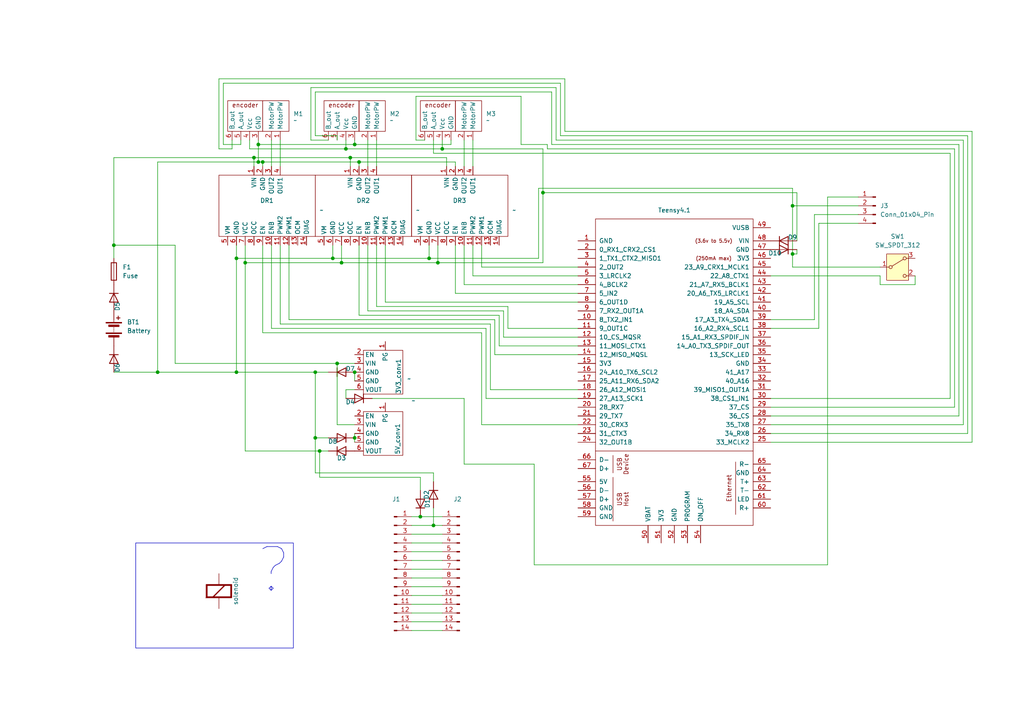
<source format=kicad_sch>
(kicad_sch (version 20231120) (generator "eeschema") (generator_version "8.0")
  (paper "A4")
  (title_block (title "Middelste PCB schema") (date "2024-07-27") (company "Robotica Mendelcollege") (comment 1 "https://github.com/ableTI/robotica") (comment 2 "https://www.instagram.com/robotics_mendelcollege/") (comment 3 "https://mendelcollege.nl/ontdek-je-talenten/robotica-en-beta/"))
  (lib_symbols
    (symbol "Connector:Conn_01x04_Pin" (pin_names (offset 1.016) hide)
      (property "Reference" "J" (at 0 5.08 0))
      (property "Value" "Conn_01x04_Pin" (at 0 -7.62 0))
      (symbol "Conn_01x04_Pin_1_1"
        (polyline (pts (xy 1.27 -5.08) (xy 0.8636 -5.08)) (stroke (width 0.1524)))
        (polyline (pts (xy 1.27 -2.54) (xy 0.8636 -2.54)) (stroke (width 0.1524)))
        (polyline (pts (xy 1.27 0) (xy 0.8636 0)) (stroke (width 0.1524)))
        (polyline (pts (xy 1.27 2.54) (xy 0.8636 2.54)) (stroke (width 0.1524)))
        (rectangle (start 0.8636 -4.953) (end 0 -5.207) (stroke (width 0.1524)) (fill (type outline)))
        (rectangle (start 0.8636 -2.413) (end 0 -2.667) (stroke (width 0.1524)) (fill (type outline)))
        (rectangle (start 0.8636 0.127) (end 0 -0.127) (stroke (width 0.1524)) (fill (type outline)))
        (rectangle (start 0.8636 2.667) (end 0 2.413) (stroke (width 0.1524)) (fill (type outline)))
        (pin passive line (at 5.08 2.54 180) (length 3.81) (name "Pin_1") (number "1"))
        (pin passive line (at 5.08 0 180) (length 3.81) (name "Pin_2") (number "2"))
        (pin passive line (at 5.08 -2.54 180) (length 3.81) (name "Pin_3") (number "3"))
        (pin passive line (at 5.08 -5.08 180) (length 3.81) (name "Pin_4") (number "4"))
      )
    )
    (symbol "Connector:Conn_01x14_Pin" (pin_names (offset 1.016) hide)
      (property "Reference" "J" (at 0 17.78 0))
      (property "Value" "Conn_01x14_Pin" (at 0 -20.32 0))
      (symbol "Conn_01x14_Pin_1_1"
        (polyline (pts (xy 1.27 -17.78) (xy 0.8636 -17.78)) (stroke (width 0.1524)))
        (polyline (pts (xy 1.27 -15.24) (xy 0.8636 -15.24)) (stroke (width 0.1524)))
        (polyline (pts (xy 1.27 -12.7) (xy 0.8636 -12.7)) (stroke (width 0.1524)))
        (polyline (pts (xy 1.27 -10.16) (xy 0.8636 -10.16)) (stroke (width 0.1524)))
        (polyline (pts (xy 1.27 -7.62) (xy 0.8636 -7.62)) (stroke (width 0.1524)))
        (polyline (pts (xy 1.27 -5.08) (xy 0.8636 -5.08)) (stroke (width 0.1524)))
        (polyline (pts (xy 1.27 -2.54) (xy 0.8636 -2.54)) (stroke (width 0.1524)))
        (polyline (pts (xy 1.27 0) (xy 0.8636 0)) (stroke (width 0.1524)))
        (polyline (pts (xy 1.27 2.54) (xy 0.8636 2.54)) (stroke (width 0.1524)))
        (polyline (pts (xy 1.27 5.08) (xy 0.8636 5.08)) (stroke (width 0.1524)))
        (polyline (pts (xy 1.27 7.62) (xy 0.8636 7.62)) (stroke (width 0.1524)))
        (polyline (pts (xy 1.27 10.16) (xy 0.8636 10.16)) (stroke (width 0.1524)))
        (polyline (pts (xy 1.27 12.7) (xy 0.8636 12.7)) (stroke (width 0.1524)))
        (polyline (pts (xy 1.27 15.24) (xy 0.8636 15.24)) (stroke (width 0.1524)))
        (rectangle (start 0.8636 -17.653) (end 0 -17.907) (stroke (width 0.1524)) (fill (type outline)))
        (rectangle (start 0.8636 -15.113) (end 0 -15.367) (stroke (width 0.1524)) (fill (type outline)))
        (rectangle (start 0.8636 -12.573) (end 0 -12.827) (stroke (width 0.1524)) (fill (type outline)))
        (rectangle (start 0.8636 -10.033) (end 0 -10.287) (stroke (width 0.1524)) (fill (type outline)))
        (rectangle (start 0.8636 -7.493) (end 0 -7.747) (stroke (width 0.1524)) (fill (type outline)))
        (rectangle (start 0.8636 -4.953) (end 0 -5.207) (stroke (width 0.1524)) (fill (type outline)))
        (rectangle (start 0.8636 -2.413) (end 0 -2.667) (stroke (width 0.1524)) (fill (type outline)))
        (rectangle (start 0.8636 0.127) (end 0 -0.127) (stroke (width 0.1524)) (fill (type outline)))
        (rectangle (start 0.8636 2.667) (end 0 2.413) (stroke (width 0.1524)) (fill (type outline)))
        (rectangle (start 0.8636 5.207) (end 0 4.953) (stroke (width 0.1524)) (fill (type outline)))
        (rectangle (start 0.8636 7.747) (end 0 7.493) (stroke (width 0.1524)) (fill (type outline)))
        (rectangle (start 0.8636 10.287) (end 0 10.033) (stroke (width 0.1524)) (fill (type outline)))
        (rectangle (start 0.8636 12.827) (end 0 12.573) (stroke (width 0.1524)) (fill (type outline)))
        (rectangle (start 0.8636 15.367) (end 0 15.113) (stroke (width 0.1524)) (fill (type outline)))
        (pin passive line (at 5.08 15.24 180) (length 3.81) (name "Pin_1") (number "1"))
        (pin passive line (at 5.08 -7.62 180) (length 3.81) (name "Pin_10") (number "10"))
        (pin passive line (at 5.08 -10.16 180) (length 3.81) (name "Pin_11") (number "11"))
        (pin passive line (at 5.08 -12.7 180) (length 3.81) (name "Pin_12") (number "12"))
        (pin passive line (at 5.08 -15.24 180) (length 3.81) (name "Pin_13") (number "13"))
        (pin passive line (at 5.08 -17.78 180) (length 3.81) (name "Pin_14") (number "14"))
        (pin passive line (at 5.08 12.7 180) (length 3.81) (name "Pin_2") (number "2"))
        (pin passive line (at 5.08 10.16 180) (length 3.81) (name "Pin_3") (number "3"))
        (pin passive line (at 5.08 7.62 180) (length 3.81) (name "Pin_4") (number "4"))
        (pin passive line (at 5.08 5.08 180) (length 3.81) (name "Pin_5") (number "5"))
        (pin passive line (at 5.08 2.54 180) (length 3.81) (name "Pin_6") (number "6"))
        (pin passive line (at 5.08 0 180) (length 3.81) (name "Pin_7") (number "7"))
        (pin passive line (at 5.08 -2.54 180) (length 3.81) (name "Pin_8") (number "8"))
        (pin passive line (at 5.08 -5.08 180) (length 3.81) (name "Pin_9") (number "9"))
      )
    )
    (symbol "Device:Battery" (pin_numbers hide) (pin_names (offset 0) hide)
      (property "Reference" "BT" (at 2.54 2.54 0))
      (property "Value" "Battery" (at 2.54 0 0))
      (symbol "Battery_0_1"
        (rectangle (start -2.286 -1.27) (end 2.286 -1.524) (fill (type outline)))
        (rectangle (start -2.286 1.778) (end 2.286 1.524) (fill (type outline)))
        (rectangle (start -1.524 -2.032) (end 1.524 -2.54) (fill (type outline)))
        (rectangle (start -1.524 1.016) (end 1.524 0.508) (fill (type outline)))
        (polyline (pts (xy 0 -1.016) (xy 0 -0.762)))
        (polyline (pts (xy 0 -0.508) (xy 0 -0.254)))
        (polyline (pts (xy 0 0) (xy 0 0.254)))
        (polyline (pts (xy 0 1.778) (xy 0 2.54)))
        (polyline (pts (xy 0.762 3.048) (xy 1.778 3.048)) (stroke (width 0.254)))
        (polyline (pts (xy 1.27 3.556) (xy 1.27 2.54)) (stroke (width 0.254)))
      )
      (symbol "Battery_1_1"
        (pin passive line (at 0 5.08 270) (length 2.54) (name "+") (number "1"))
        (pin passive line (at 0 -5.08 90) (length 2.54) (name "-") (number "2"))
      )
    )
    (symbol "Device:D" (pin_numbers hide) (pin_names (offset 1.016) hide)
      (property "Reference" "D" (at 0 2.54 0))
      (property "Value" "D" (at 0 -2.54 0))
      (symbol "D_0_1"
        (polyline (pts (xy -1.27 1.27) (xy -1.27 -1.27)) (stroke (width 0.254)))
        (polyline (pts (xy 1.27 0) (xy -1.27 0)))
        (polyline (pts (xy 1.27 1.27) (xy 1.27 -1.27) (xy -1.27 0) (xy 1.27 1.27)) (stroke (width 0.254)))
      )
      (symbol "D_1_1"
        (pin passive line (at -3.81 0 0) (length 2.54) (name "K") (number "1"))
        (pin passive line (at 3.81 0 180) (length 2.54) (name "A") (number "2"))
      )
    )
    (symbol "Device:Fuse" (pin_numbers hide) (pin_names (offset 0))
      (property "Reference" "F" (at 2.032 0 90))
      (property "Value" "Fuse" (at -1.905 0 90))
      (symbol "Fuse_0_1"
        (rectangle (start -0.762 -2.54) (end 0.762 2.54) (stroke (width 0.254)))
        (polyline (pts (xy 0 2.54) (xy 0 -2.54)))
      )
      (symbol "Fuse_1_1"
        (pin passive line (at 0 3.81 270) (length 1.27) (name "~") (number "1"))
        (pin passive line (at 0 -3.81 90) (length 1.27) (name "~") (number "2"))
      )
    )
    (symbol "PCM_Elektuur:Re" (pin_numbers hide) (pin_names (offset 0) hide)
      (property "Reference" "Re" (at 0.635 3.175 0))
      (property "Value" "Re" (at 0.635 -3.175 0))
      (symbol "Re_1_0"
        (pin passive line (at 0 5.08 270) (length 3.175) (name "+") (number "1"))
        (pin passive line (at 0 -5.08 90) (length 3.175) (name "-") (number "2"))
      )
      (symbol "Re_1_1"
        (polyline (pts (xy -1.778 -1.778) (xy 1.778 1.778)) (stroke (width 0.3556)))
        (polyline (pts (xy -3.683 -1.905) (xy 3.683 -1.905) (xy 3.683 1.905) (xy -3.683 1.905) (xy -3.683 -1.905) (xy -3.429 -1.651) (xy -3.429 1.651) (xy 3.429 1.651) (xy 3.429 -1.651) (xy -3.429 -1.651) (xy -3.683 -1.905)) (stroke (width 0.254)) (fill (type outline)))
      )
      (symbol "Re_1_2"
        (polyline (pts (xy -3.683 -1.905) (xy 3.683 -1.905) (xy 3.683 1.905) (xy -3.683 1.905) (xy -3.683 -1.905) (xy -3.429 -1.651) (xy -3.429 1.651) (xy 3.429 1.651) (xy 3.429 -1.651) (xy -3.429 -1.651) (xy -3.683 -1.905)) (stroke (width 0.254)) (fill (type outline)))
      )
    )
    (symbol "Switch:SW_SPDT_312" (pin_names (offset 1) hide)
      (property "Reference" "SW" (at 0 5.08 0))
      (property "Value" "SW_SPDT_312" (at 0 -5.08 0))
      (symbol "SW_SPDT_312_0_1"
        (circle (center -2.032 0) (radius 0.4572))
        (polyline (pts (xy -1.651 0.254) (xy 1.651 2.286)))
        (circle (center 2.032 -2.54) (radius 0.4572))
        (circle (center 2.032 2.54) (radius 0.4572))
      )
      (symbol "SW_SPDT_312_1_1"
        (rectangle (start -3.175 3.81) (end 3.175 -3.81) (fill (type background)))
        (pin passive line (at -5.08 0 0) (length 2.54) (name "B") (number "1"))
        (pin passive line (at 5.08 -2.54 180) (length 2.54) (name "C") (number "2"))
        (pin passive line (at 5.08 2.54 180) (length 2.54) (name "A") (number "3"))
      )
    )
    (symbol "cust_symbs:TB9051FTG"
      (property "Reference" "DR" (at 0 -1.778 0))
      (symbol "TB9051FTG_0_1"
        (rectangle (start -13.97 -11.43) (end 13.97 6.35))
      )
      (symbol "TB9051FTG_1_1"
        (pin power_in line (at -3.81 8.89 270) (length 2.54) (name "VIN") (number "1"))
        (pin input line (at 1.27 -13.97 90) (length 2.54) (name "ENB") (number "10"))
        (pin input line (at 3.81 -13.97 90) (length 2.54) (name "PWM2") (number "11"))
        (pin input line (at 6.35 -13.97 90) (length 2.54) (name "PWM1") (number "12"))
        (pin output line (at 8.89 -13.97 90) (length 2.54) (name "OCM") (number "13"))
        (pin output line (at 11.43 -13.97 90) (length 2.54) (name "DIAG") (number "14"))
        (pin power_in line (at -1.27 8.89 270) (length 2.54) (name "GND") (number "2"))
        (pin power_out line (at 1.27 8.89 270) (length 2.54) (name "OUT2") (number "3"))
        (pin power_out line (at 3.81 8.89 270) (length 2.54) (name "OUT1") (number "4"))
        (pin power_out line (at -11.43 -13.97 90) (length 2.54) (name "VM") (number "5"))
        (pin power_in line (at -8.89 -13.97 90) (length 2.54) (name "GND") (number "6"))
        (pin power_in line (at -6.35 -13.97 90) (length 2.54) (name "VCC") (number "7"))
        (pin input line (at -3.81 -13.97 90) (length 2.54) (name "OCC") (number "8"))
        (pin input line (at -1.27 -13.97 90) (length 2.54) (name "EN") (number "9"))
      )
    )
    (symbol "cust_symbs:pololu_3.3V,_3.7A_Step-Down_Voltage_Regulator_D30V30F3"
      (property "Reference" "3V3_conv" (at 8.636 -8.382 90))
      (symbol "pololu_3.3V,_3.7A_Step-Down_Voltage_Regulator_D30V30F3_0_1"
        (rectangle (start -1.27 -1.27) (end 10.16 -13.97))
      )
      (symbol "pololu_3.3V,_3.7A_Step-Down_Voltage_Regulator_D30V30F3_1_1"
        (pin output line (at 5.08 1.27 270) (length 2.54) (name "PG") (number "1"))
        (pin input line (at -3.81 -2.54 0) (length 2.54) (name "EN") (number "2"))
        (pin power_in line (at -3.81 -5.08 0) (length 2.54) (name "VIN") (number "3"))
        (pin power_in line (at -3.81 -7.62 0) (length 2.54) (name "GND") (number "4"))
        (pin power_in line (at -3.81 -10.16 0) (length 2.54) (name "GND") (number "5"))
        (pin power_in line (at -3.81 -12.7 0) (length 2.54) (name "VOUT") (number "6"))
      )
    )
    (symbol "cust_symbs:pololu_4.4{colon}1_Metal_Gearmotor_25Dx63L_mm_MP_12V_with_48_CPR_Encoder"
      (property "Reference" "M" (at 0.508 -5.842 0))
      (symbol "pololu_4.4{colon}1_Metal_Gearmotor_25Dx63L_mm_MP_12V_with_48_CPR_Encoder_0_1"
        (rectangle (start -1.27 -3.81) (end -8.89 5.08))
        (rectangle (start -1.27 -3.81) (end 8.89 5.08))
      )
      (symbol "pololu_4.4{colon}1_Metal_Gearmotor_25Dx63L_mm_MP_12V_with_48_CPR_Encoder_1_1"
        (text "encoder\n" (at 3.81 -2.54 0) (effects (font (size 1.27 1.27))))
        (pin power_in line (at -6.35 7.62 270) (length 2.54) (name "MotorPW") (number "1"))
        (pin power_in line (at -3.81 7.62 270) (length 2.54) (name "MotorPW") (number "2"))
        (pin power_in line (at 0 7.62 270) (length 2.54) (name "GND") (number "3"))
        (pin power_in line (at 2.54 7.62 270) (length 2.54) (name "Vcc") (number "4"))
        (pin output line (at 5.08 7.62 270) (length 2.54) (name "A_out") (number "5"))
        (pin output line (at 7.62 7.62 270) (length 2.54) (name "B_out") (number "6"))
      )
    )
    (symbol "cust_symbs:pololu_5V,_3.4A_Step-Down_Voltage_Regulator_D30V30F5"
      (property "Reference" "5V_conv" (at 7.366 -21.082 90))
      (symbol "pololu_5V,_3.4A_Step-Down_Voltage_Regulator_D30V30F5_0_1"
        (rectangle (start -2.54 -12.7) (end 8.89 -25.4))
      )
      (symbol "pololu_5V,_3.4A_Step-Down_Voltage_Regulator_D30V30F5_1_1"
        (pin output line (at 3.81 -10.16 270) (length 2.54) (name "PG") (number "1"))
        (pin input line (at -5.08 -13.97 0) (length 2.54) (name "EN") (number "2"))
        (pin power_in line (at -5.08 -16.51 0) (length 2.54) (name "VIN") (number "3"))
        (pin power_in line (at -5.08 -19.05 0) (length 2.54) (name "GND") (number "4"))
        (pin power_in line (at -5.08 -21.59 0) (length 2.54) (name "GND") (number "5"))
        (pin power_in line (at -5.08 -24.13 0) (length 2.54) (name "VOUT") (number "6"))
      )
    )
    (symbol "teensy:Teensy4.1" (pin_names (offset 1.016))
      (property "Reference" "U" (at 0 64.77 0))
      (property "Value" "Teensy4.1" (at 0 62.23 0))
      (symbol "Teensy4.1_0_0"
        (polyline (pts (xy -22.86 -6.35) (xy 22.86 -6.35)))
        (polyline (pts (xy -17.78 -26.67) (xy -17.78 -13.97)))
        (polyline (pts (xy -17.78 -7.62) (xy -17.78 -12.7)))
        (polyline (pts (xy 17.78 -9.525) (xy 17.78 -24.765)))
        (text "(250mA max)" (at 11.43 49.53 0) (effects (font (size 1.016 1.016))))
        (text "(3.6v to 5.5v)" (at 11.43 54.61 0) (effects (font (size 1.016 1.016))))
        (text "Device" (at -13.97 -10.16 900) (effects (font (size 1.27 1.27))))
        (text "Ethernet" (at 15.875 -17.145 900) (effects (font (size 1.27 1.27))))
        (text "Host" (at -13.97 -20.32 900) (effects (font (size 1.27 1.27))))
        (text "USB" (at -15.875 -20.32 900) (effects (font (size 1.27 1.27))))
        (text "USB" (at -15.875 -10.16 900) (effects (font (size 1.27 1.27))))
        (pin bidirectional line (at -27.94 31.75 0) (length 5.08) (name "8_TX2_IN1") (number "10"))
        (pin bidirectional line (at -27.94 29.21 0) (length 5.08) (name "9_OUT1C") (number "11"))
        (pin bidirectional line (at -27.94 26.67 0) (length 5.08) (name "10_CS_MQSR") (number "12"))
        (pin bidirectional line (at -27.94 24.13 0) (length 5.08) (name "11_MOSI_CTX1") (number "13"))
        (pin bidirectional line (at -27.94 21.59 0) (length 5.08) (name "12_MISO_MQSL") (number "14"))
        (pin power_in line (at -27.94 19.05 0) (length 5.08) (name "3V3") (number "15"))
        (pin bidirectional line (at -27.94 16.51 0) (length 5.08) (name "24_A10_TX6_SCL2") (number "16"))
        (pin bidirectional line (at -27.94 13.97 0) (length 5.08) (name "25_A11_RX6_SDA2") (number "17"))
        (pin bidirectional line (at -27.94 11.43 0) (length 5.08) (name "26_A12_MOSI1") (number "18"))
        (pin bidirectional line (at -27.94 8.89 0) (length 5.08) (name "27_A13_SCK1") (number "19"))
        (pin bidirectional line (at -27.94 6.35 0) (length 5.08) (name "28_RX7") (number "20"))
        (pin bidirectional line (at -27.94 3.81 0) (length 5.08) (name "29_TX7") (number "21"))
        (pin bidirectional line (at -27.94 1.27 0) (length 5.08) (name "30_CRX3") (number "22"))
        (pin bidirectional line (at -27.94 -1.27 0) (length 5.08) (name "31_CTX3") (number "23"))
        (pin bidirectional line (at -27.94 -3.81 0) (length 5.08) (name "32_OUT1B") (number "24"))
        (pin bidirectional line (at 27.94 -3.81 180) (length 5.08) (name "33_MCLK2") (number "25"))
        (pin bidirectional line (at 27.94 -1.27 180) (length 5.08) (name "34_RX8") (number "26"))
        (pin bidirectional line (at 27.94 1.27 180) (length 5.08) (name "35_TX8") (number "27"))
        (pin bidirectional line (at 27.94 3.81 180) (length 5.08) (name "36_CS") (number "28"))
        (pin bidirectional line (at 27.94 6.35 180) (length 5.08) (name "37_CS") (number "29"))
        (pin bidirectional line (at 27.94 8.89 180) (length 5.08) (name "38_CS1_IN1") (number "30"))
        (pin bidirectional line (at 27.94 11.43 180) (length 5.08) (name "39_MISO1_OUT1A") (number "31"))
        (pin bidirectional line (at 27.94 13.97 180) (length 5.08) (name "40_A16") (number "32"))
        (pin bidirectional line (at 27.94 16.51 180) (length 5.08) (name "41_A17") (number "33"))
        (pin bidirectional line (at 27.94 21.59 180) (length 5.08) (name "13_SCK_LED") (number "35"))
        (pin bidirectional line (at 27.94 24.13 180) (length 5.08) (name "14_A0_TX3_SPDIF_OUT") (number "36"))
        (pin bidirectional line (at 27.94 26.67 180) (length 5.08) (name "15_A1_RX3_SPDIF_IN") (number "37"))
        (pin bidirectional line (at 27.94 29.21 180) (length 5.08) (name "16_A2_RX4_SCL1") (number "38"))
        (pin bidirectional line (at 27.94 31.75 180) (length 5.08) (name "17_A3_TX4_SDA1") (number "39"))
        (pin bidirectional line (at 27.94 34.29 180) (length 5.08) (name "18_A4_SDA") (number "40"))
        (pin bidirectional line (at 27.94 36.83 180) (length 5.08) (name "19_A5_SCL") (number "41"))
        (pin bidirectional line (at 27.94 39.37 180) (length 5.08) (name "20_A6_TX5_LRCLK1") (number "42"))
        (pin bidirectional line (at 27.94 41.91 180) (length 5.08) (name "21_A7_RX5_BCLK1") (number "43"))
        (pin bidirectional line (at 27.94 44.45 180) (length 5.08) (name "22_A8_CTX1") (number "44"))
        (pin bidirectional line (at 27.94 46.99 180) (length 5.08) (name "23_A9_CRX1_MCLK1") (number "45"))
        (pin output line (at 27.94 49.53 180) (length 5.08) (name "3V3") (number "46"))
        (pin output line (at 27.94 52.07 180) (length 5.08) (name "GND") (number "47"))
        (pin power_in line (at 27.94 54.61 180) (length 5.08) (name "VIN") (number "48"))
        (pin power_out line (at 27.94 58.42 180) (length 5.08) (name "VUSB") (number "49"))
        (pin bidirectional line (at -27.94 44.45 0) (length 5.08) (name "3_LRCLK2") (number "5"))
        (pin power_in line (at -7.62 -33.02 90) (length 5.08) (name "VBAT") (number "50"))
        (pin power_in line (at -3.81 -33.02 90) (length 5.08) (name "3V3") (number "51"))
        (pin input line (at 0 -33.02 90) (length 5.08) (name "GND") (number "52"))
        (pin input line (at 3.81 -33.02 90) (length 5.08) (name "PROGRAM") (number "53"))
        (pin input line (at 7.62 -33.02 90) (length 5.08) (name "ON_OFF") (number "54"))
        (pin power_out line (at -27.94 -15.24 0) (length 5.08) (name "5V") (number "55"))
        (pin bidirectional line (at -27.94 -17.78 0) (length 5.08) (name "D-") (number "56"))
        (pin bidirectional line (at -27.94 -20.32 0) (length 5.08) (name "D+") (number "57"))
        (pin power_in line (at -27.94 -22.86 0) (length 5.08) (name "GND") (number "58"))
        (pin power_in line (at -27.94 -25.4 0) (length 5.08) (name "GND") (number "59"))
        (pin bidirectional line (at -27.94 41.91 0) (length 5.08) (name "4_BCLK2") (number "6"))
        (pin bidirectional line (at 27.94 -22.86 180) (length 5.08) (name "R+") (number "60"))
        (pin bidirectional line (at 27.94 -20.32 180) (length 5.08) (name "LED") (number "61"))
        (pin bidirectional line (at 27.94 -17.78 180) (length 5.08) (name "T-") (number "62"))
        (pin bidirectional line (at 27.94 -15.24 180) (length 5.08) (name "T+") (number "63"))
        (pin power_in line (at 27.94 -12.7 180) (length 5.08) (name "GND") (number "64"))
        (pin bidirectional line (at 27.94 -10.16 180) (length 5.08) (name "R-") (number "65"))
        (pin bidirectional line (at -27.94 -8.89 0) (length 5.08) (name "D-") (number "66"))
        (pin bidirectional line (at -27.94 -11.43 0) (length 5.08) (name "D+") (number "67"))
        (pin bidirectional line (at -27.94 39.37 0) (length 5.08) (name "5_IN2") (number "7"))
        (pin bidirectional line (at -27.94 36.83 0) (length 5.08) (name "6_OUT1D") (number "8"))
        (pin bidirectional line (at -27.94 34.29 0) (length 5.08) (name "7_RX2_OUT1A") (number "9"))
      )
      (symbol "Teensy4.1_0_1"
        (rectangle (start -22.86 60.96) (end 22.86 -27.94))
        (rectangle (start -20.32 -1.27) (end -20.32 -1.27))
      )
      (symbol "Teensy4.1_1_1"
        (pin power_in line (at -27.94 54.61 0) (length 5.08) (name "GND") (number "1"))
        (pin bidirectional line (at -27.94 52.07 0) (length 5.08) (name "0_RX1_CRX2_CS1") (number "2"))
        (pin bidirectional line (at -27.94 49.53 0) (length 5.08) (name "1_TX1_CTX2_MISO1") (number "3"))
        (pin power_in line (at 27.94 19.05 180) (length 5.08) (name "GND") (number "34"))
        (pin bidirectional line (at -27.94 46.99 0) (length 5.08) (name "2_OUT2") (number "4"))
      )
    )
  )
  (junction (at 125.73 152.4))
  (junction (at 229.87 73.66))
  (junction (at 91.44 107.95))
  (junction (at 76.2 46.99))
  (junction (at 99.06 76.2))
  (junction (at 102.87 41.91))
  (junction (at 229.87 59.69))
  (junction (at 92.71 130.81))
  (junction (at 100.33 43.18))
  (junction (at 91.44 127))
  (junction (at 157.48 55.88))
  (junction (at 74.93 41.91))
  (junction (at 45.72 107.95))
  (junction (at 97.79 105.41))
  (junction (at 96.52 74.93))
  (junction (at 101.6 45.72))
  (junction (at 124.46 74.93))
  (junction (at 127 76.2))
  (junction (at 68.58 74.93))
  (junction (at 68.58 107.95))
  (junction (at 102.87 127))
  (junction (at 74.93 46.99))
  (junction (at 71.12 76.2))
  (junction (at 33.02 71.12))
  (junction (at 121.92 149.86))
  (junction (at 104.14 46.99))
  (junction (at 73.66 45.72))
  (junction (at 102.87 107.95))
  (junction (at 128.27 43.18))
  (wire (pts (xy 102.87 107.95) (xy 102.87 110.49)))
  (wire (pts (xy 68.58 74.93) (xy 68.58 107.95)))
  (wire (pts (xy 128.27 167.64) (xy 119.38 167.64)))
  (wire (pts (xy 76.2 48.26) (xy 76.2 46.99)))
  (wire (pts (xy 132.08 46.99) (xy 132.08 48.26)))
  (wire (pts (xy 68.58 107.95) (xy 91.44 107.95)))
  (wire (pts (xy 128.27 182.88) (xy 119.38 182.88)))
  (wire (pts (xy 100.33 43.18) (xy 72.39 43.18)))
  (wire (pts (xy 142.24 113.03) (xy 167.64 113.03)))
  (wire (pts (xy 134.62 134.62) (xy 154.94 134.62)))
  (wire (pts (xy 102.87 41.91) (xy 130.81 41.91)))
  (wire (pts (xy 124.46 74.93) (xy 96.52 74.93)))
  (wire (pts (xy 157.48 43.18) (xy 157.48 55.88)))
  (wire (pts (xy 125.73 152.4) (xy 128.27 152.4)))
  (wire (pts (xy 223.52 128.27) (xy 281.94 128.27)))
  (wire (pts (xy 128.27 154.94) (xy 119.38 154.94)))
  (wire (pts (xy 276.86 118.11) (xy 276.86 43.18)))
  (wire (pts (xy 97.79 123.19) (xy 97.79 105.41)))
  (wire (pts (xy 63.5 22.86) (xy 163.83 22.86)))
  (wire (pts (xy 160.02 41.91) (xy 278.13 41.91)))
  (wire (pts (xy 127 76.2) (xy 127 71.12)))
  (wire (pts (xy 99.06 76.2) (xy 127 76.2)))
  (wire (pts (xy 78.74 95.25) (xy 78.74 71.12)))
  (wire (pts (xy 167.64 115.57) (xy 140.97 115.57)))
  (wire (pts (xy 134.62 82.55) (xy 134.62 71.12)))
  (wire (pts (xy 160.02 26.67) (xy 160.02 41.91)))
  (wire (pts (xy 90.17 40.64) (xy 90.17 25.4)))
  (wire (pts (xy 157.48 55.88) (xy 157.48 76.2)))
  (wire (pts (xy 120.65 27.94) (xy 151.13 27.94)))
  (wire (pts (xy 128.27 172.72) (xy 119.38 172.72)))
  (wire (pts (xy 74.93 40.64) (xy 74.93 41.91)))
  (wire (pts (xy 91.44 127) (xy 95.25 127)))
  (wire (pts (xy 124.46 74.93) (xy 156.21 74.93)))
  (wire (pts (xy 128.27 43.18) (xy 157.48 43.18)))
  (wire (pts (xy 134.62 115.57) (xy 134.62 134.62)))
  (wire (pts (xy 92.71 138.43) (xy 92.71 130.81)))
  (wire (pts (xy 240.03 163.83) (xy 240.03 57.15)))
  (wire (pts (xy 91.44 26.67) (xy 91.44 39.37)))
  (wire (pts (xy 124.46 71.12) (xy 124.46 74.93)))
  (wire (pts (xy 73.66 45.72) (xy 33.02 45.72)))
  (wire (pts (xy 158.75 41.91) (xy 158.75 43.18)))
  (wire (pts (xy 102.87 127) (xy 102.87 125.73)))
  (wire (pts (xy 76.2 46.99) (xy 104.14 46.99)))
  (wire (pts (xy 167.64 87.63) (xy 111.76 87.63)))
  (wire (pts (xy 90.17 25.4) (xy 161.29 25.4)))
  (wire (pts (xy 78.74 40.64) (xy 78.74 48.26)))
  (wire (pts (xy 128.27 170.18) (xy 119.38 170.18)))
  (wire (pts (xy 67.31 40.64) (xy 67.31 43.18)))
  (wire (pts (xy 69.85 41.91) (xy 64.77 41.91)))
  (wire (pts (xy 74.93 46.99) (xy 76.2 46.99)))
  (wire (pts (xy 128.27 40.64) (xy 128.27 43.18)))
  (wire (pts (xy 128.27 157.48) (xy 119.38 157.48)))
  (wire (pts (xy 229.87 73.66) (xy 229.87 77.47)))
  (wire (pts (xy 96.52 74.93) (xy 96.52 71.12)))
  (wire (pts (xy 158.75 43.18) (xy 276.86 43.18)))
  (wire (pts (xy 157.48 76.2) (xy 127 76.2)))
  (wire (pts (xy 154.94 134.62) (xy 154.94 163.83)))
  (wire (pts (xy 223.52 123.19) (xy 279.4 123.19)))
  (wire (pts (xy 167.64 102.87) (xy 143.51 102.87)))
  (wire (pts (xy 161.29 40.64) (xy 279.4 40.64)))
  (wire (pts (xy 106.68 90.17) (xy 106.68 71.12)))
  (wire (pts (xy 237.49 95.25) (xy 223.52 95.25)))
  (wire (pts (xy 50.8 71.12) (xy 50.8 105.41)))
  (wire (pts (xy 162.56 24.13) (xy 162.56 39.37)))
  (wire (pts (xy 278.13 41.91) (xy 278.13 120.65)))
  (wire (pts (xy 146.05 90.17) (xy 106.68 90.17)))
  (wire (pts (xy 91.44 137.16) (xy 125.73 137.16)))
  (wire (pts (xy 139.7 77.47) (xy 139.7 71.12)))
  (wire (pts (xy 151.13 27.94) (xy 151.13 41.91)))
  (wire (pts (xy 167.64 77.47) (xy 139.7 77.47)))
  (wire (pts (xy 102.87 123.19) (xy 97.79 123.19)))
  (wire (pts (xy 100.33 43.18) (xy 100.33 40.64)))
  (wire (pts (xy 151.13 41.91) (xy 158.75 41.91)))
  (wire (pts (xy 229.87 54.61) (xy 229.87 59.69)))
  (wire (pts (xy 137.16 40.64) (xy 137.16 48.26)))
  (wire (pts (xy 143.51 102.87) (xy 143.51 92.71)))
  (wire (pts (xy 121.92 138.43) (xy 92.71 138.43)))
  (wire (pts (xy 156.21 54.61) (xy 229.87 54.61)))
  (wire (pts (xy 223.52 118.11) (xy 276.86 118.11)))
  (wire (pts (xy 144.78 100.33) (xy 167.64 100.33)))
  (wire (pts (xy 229.87 77.47) (xy 255.27 77.47)))
  (wire (pts (xy 137.16 71.12) (xy 137.16 80.01)))
  (wire (pts (xy 109.22 88.9) (xy 147.32 88.9)))
  (wire (pts (xy 132.08 71.12) (xy 132.08 85.09)))
  (wire (pts (xy 223.52 92.71) (xy 236.22 92.71)))
  (wire (pts (xy 237.49 64.77) (xy 237.49 95.25)))
  (wire (pts (xy 92.71 130.81) (xy 95.25 130.81)))
  (wire (pts (xy 104.14 71.12) (xy 104.14 91.44)))
  (wire (pts (xy 102.87 128.27) (xy 102.87 127)))
  (wire (pts (xy 128.27 175.26) (xy 119.38 175.26)))
  (wire (pts (xy 265.43 82.55) (xy 265.43 80.01)))
  (wire (pts (xy 229.87 59.69) (xy 229.87 73.66)))
  (wire (pts (xy 154.94 163.83) (xy 240.03 163.83)))
  (wire (pts (xy 91.44 127) (xy 91.44 137.16)))
  (wire (pts (xy 74.93 41.91) (xy 102.87 41.91)))
  (wire (pts (xy 125.73 139.7) (xy 125.73 137.16)))
  (wire (pts (xy 104.14 46.99) (xy 132.08 46.99)))
  (wire (pts (xy 123.19 40.64) (xy 120.65 40.64)))
  (wire (pts (xy 125.73 40.64) (xy 125.73 44.45)))
  (wire (pts (xy 163.83 38.1) (xy 281.94 38.1)))
  (wire (pts (xy 125.73 44.45) (xy 275.59 44.45)))
  (wire (pts (xy 156.21 74.93) (xy 156.21 54.61)))
  (wire (pts (xy 71.12 71.12) (xy 71.12 76.2)))
  (wire (pts (xy 139.7 123.19) (xy 167.64 123.19)))
  (wire (pts (xy 111.76 87.63) (xy 111.76 71.12)))
  (wire (pts (xy 128.27 177.8) (xy 119.38 177.8)))
  (wire (pts (xy 167.64 82.55) (xy 134.62 82.55)))
  (wire (pts (xy 163.83 22.86) (xy 163.83 38.1)))
  (wire (pts (xy 167.64 97.79) (xy 146.05 97.79)))
  (wire (pts (xy 130.81 41.91) (xy 130.81 40.64)))
  (wire (pts (xy 102.87 41.91) (xy 102.87 40.64)))
  (wire (pts (xy 140.97 115.57) (xy 140.97 95.25)))
  (wire (pts (xy 147.32 88.9) (xy 147.32 95.25)))
  (wire (pts (xy 231.14 73.66) (xy 231.14 72.39)))
  (wire (pts (xy 109.22 40.64) (xy 109.22 48.26)))
  (wire (pts (xy 128.27 43.18) (xy 100.33 43.18)))
  (wire (pts (xy 161.29 25.4) (xy 161.29 40.64)))
  (wire (pts (xy 63.5 43.18) (xy 63.5 22.86)))
  (wire (pts (xy 255.27 82.55) (xy 265.43 82.55)))
  (wire (pts (xy 139.7 96.52) (xy 139.7 123.19)))
  (wire (pts (xy 134.62 40.64) (xy 134.62 48.26)))
  (wire (pts (xy 45.72 46.99) (xy 74.93 46.99)))
  (wire (pts (xy 128.27 160.02) (xy 119.38 160.02)))
  (wire (pts (xy 45.72 107.95) (xy 68.58 107.95)))
  (wire (pts (xy 33.02 107.95) (xy 45.72 107.95)))
  (wire (pts (xy 99.06 76.2) (xy 99.06 71.12)))
  (wire (pts (xy 275.59 115.57) (xy 223.52 115.57)))
  (wire (pts (xy 107.95 115.57) (xy 134.62 115.57)))
  (wire (pts (xy 255.27 80.01) (xy 255.27 82.55)))
  (wire (pts (xy 231.14 69.85) (xy 231.14 55.88)))
  (wire (pts (xy 279.4 123.19) (xy 279.4 40.64)))
  (wire (pts (xy 140.97 95.25) (xy 78.74 95.25)))
  (wire (pts (xy 81.28 93.98) (xy 142.24 93.98)))
  (wire (pts (xy 137.16 80.01) (xy 167.64 80.01)))
  (wire (pts (xy 144.78 91.44) (xy 144.78 100.33)))
  (wire (pts (xy 119.38 149.86) (xy 121.92 149.86)))
  (wire (pts (xy 278.13 120.65) (xy 223.52 120.65)))
  (wire (pts (xy 229.87 59.69) (xy 248.92 59.69)))
  (wire (pts (xy 104.14 46.99) (xy 104.14 48.26)))
  (wire (pts (xy 97.79 40.64) (xy 97.79 39.37)))
  (wire (pts (xy 102.87 113.03) (xy 100.33 113.03)))
  (wire (pts (xy 162.56 39.37) (xy 280.67 39.37)))
  (wire (pts (xy 120.65 40.64) (xy 120.65 27.94)))
  (wire (pts (xy 71.12 130.81) (xy 71.12 76.2)))
  (wire (pts (xy 104.14 91.44) (xy 144.78 91.44)))
  (wire (pts (xy 73.66 45.72) (xy 73.66 48.26)))
  (wire (pts (xy 132.08 85.09) (xy 167.64 85.09)))
  (wire (pts (xy 280.67 39.37) (xy 280.67 125.73)))
  (wire (pts (xy 74.93 41.91) (xy 74.93 46.99)))
  (wire (pts (xy 97.79 105.41) (xy 102.87 105.41)))
  (wire (pts (xy 146.05 97.79) (xy 146.05 90.17)))
  (wire (pts (xy 97.79 105.41) (xy 50.8 105.41)))
  (wire (pts (xy 91.44 26.67) (xy 160.02 26.67)))
  (wire (pts (xy 91.44 107.95) (xy 91.44 127)))
  (wire (pts (xy 236.22 62.23) (xy 248.92 62.23)))
  (wire (pts (xy 129.54 45.72) (xy 101.6 45.72)))
  (wire (pts (xy 83.82 92.71) (xy 83.82 71.12)))
  (wire (pts (xy 109.22 71.12) (xy 109.22 88.9)))
  (wire (pts (xy 72.39 43.18) (xy 72.39 40.64)))
  (wire (pts (xy 92.71 130.81) (xy 71.12 130.81)))
  (wire (pts (xy 67.31 43.18) (xy 63.5 43.18)))
  (wire (pts (xy 97.79 39.37) (xy 91.44 39.37)))
  (wire (pts (xy 248.92 64.77) (xy 237.49 64.77)))
  (wire (pts (xy 101.6 45.72) (xy 73.66 45.72)))
  (wire (pts (xy 281.94 128.27) (xy 281.94 38.1)))
  (wire (pts (xy 280.67 125.73) (xy 223.52 125.73)))
  (wire (pts (xy 125.73 147.32) (xy 125.73 152.4)))
  (wire (pts (xy 128.27 162.56) (xy 119.38 162.56)))
  (wire (pts (xy 91.44 107.95) (xy 95.25 107.95)))
  (wire (pts (xy 128.27 180.34) (xy 119.38 180.34)))
  (wire (pts (xy 240.03 57.15) (xy 248.92 57.15)))
  (wire (pts (xy 45.72 46.99) (xy 45.72 107.95)))
  (wire (pts (xy 142.24 93.98) (xy 142.24 113.03)))
  (wire (pts (xy 121.92 138.43) (xy 121.92 142.24)))
  (wire (pts (xy 64.77 41.91) (xy 64.77 24.13)))
  (wire (pts (xy 100.33 113.03) (xy 100.33 115.57)))
  (wire (pts (xy 64.77 24.13) (xy 162.56 24.13)))
  (wire (pts (xy 229.87 73.66) (xy 231.14 73.66)))
  (wire (pts (xy 81.28 40.64) (xy 81.28 48.26)))
  (wire (pts (xy 33.02 71.12) (xy 50.8 71.12)))
  (wire (pts (xy 128.27 165.1) (xy 119.38 165.1)))
  (wire (pts (xy 275.59 44.45) (xy 275.59 115.57)))
  (wire (pts (xy 157.48 55.88) (xy 231.14 55.88)))
  (wire (pts (xy 71.12 76.2) (xy 99.06 76.2)))
  (wire (pts (xy 81.28 71.12) (xy 81.28 93.98)))
  (wire (pts (xy 76.2 96.52) (xy 139.7 96.52)))
  (wire (pts (xy 143.51 92.71) (xy 83.82 92.71)))
  (wire (pts (xy 101.6 45.72) (xy 101.6 48.26)))
  (wire (pts (xy 106.68 40.64) (xy 106.68 48.26)))
  (wire (pts (xy 147.32 95.25) (xy 167.64 95.25)))
  (wire (pts (xy 33.02 45.72) (xy 33.02 71.12)))
  (wire (pts (xy 119.38 152.4) (xy 125.73 152.4)))
  (wire (pts (xy 129.54 48.26) (xy 129.54 45.72)))
  (wire (pts (xy 236.22 92.71) (xy 236.22 62.23)))
  (wire (pts (xy 69.85 40.64) (xy 69.85 41.91)))
  (wire (pts (xy 96.52 74.93) (xy 68.58 74.93)))
  (wire (pts (xy 76.2 71.12) (xy 76.2 96.52)))
  (wire (pts (xy 223.52 80.01) (xy 255.27 80.01)))
  (wire (pts (xy 33.02 71.12) (xy 33.02 74.93)))
  (wire (pts (xy 121.92 149.86) (xy 128.27 149.86)))
  (wire (pts (xy 68.58 74.93) (xy 68.58 71.12)))
  (wire (pts (xy 95.25 40.64) (xy 90.17 40.64)))
  (rectangle (start 39.37 157.48) (end 85.09 187.96))
  (text "?\n" (at 79.248 165.608 0) (effects (font (size 12.7 12.7))))
  (symbol (lib_id "Device:D") (at 33.02 104.14 270) (unit 1)
    (property "Reference" "D6" (at 34.036 106.68 0))
    (property "Value" "D" (effects (hide yes)))
    (property "Footprint" "Diode_SMD:D_MELF-RM10_Universal_Handsoldering" (effects (hide yes)))
    (property "Description" "Diode" (effects (hide yes)))
    (property "Sim.Device" "D" (effects (hide yes)))
    (property "Sim.Pins" "1=K 2=A" (effects (hide yes)))
  )
  (symbol (lib_id "cust_symbs:TB9051FTG") (at 77.47 57.15 0) (unit 1)
    (property "Reference" "DR1" (at 75.438 58.166 0) (effects (justify left)))
    (property "Value" "~" (at 92.71 60.96 0) (effects (justify left)))
  )
  (symbol (lib_id "Device:D") (at 227.33 69.85 0) (unit 1)
    (property "Reference" "D9" (at 229.87 68.834 0))
    (property "Value" "D" (effects (hide yes)))
    (property "Footprint" "Diode_SMD:D_MELF-RM10_Universal_Handsoldering" (effects (hide yes)))
    (property "Description" "Diode" (effects (hide yes)))
    (property "Sim.Device" "D" (effects (hide yes)))
    (property "Sim.Pins" "1=K 2=A" (effects (hide yes)))
  )
  (symbol (lib_id "Device:D") (at 99.06 130.81 0) (unit 1)
    (property "Reference" "D3" (at 99.06 132.842 0))
    (property "Value" "D" (effects (hide yes)))
    (property "Footprint" "Diode_SMD:D_MELF-RM10_Universal_Handsoldering" (effects (hide yes)))
    (property "Description" "Diode" (effects (hide yes)))
    (property "Sim.Device" "D" (effects (hide yes)))
    (property "Sim.Pins" "1=K 2=A" (effects (hide yes)))
  )
  (symbol (lib_id "cust_symbs:TB9051FTG") (at 133.35 57.15 0) (unit 1)
    (property "Reference" "DR3" (at 131.318 58.166 0) (effects (justify left)))
    (property "Value" "~" (at 148.59 60.96 0) (effects (justify left)))
  )
  (symbol (lib_id "Device:D") (at 104.14 115.57 180) (unit 1)
    (property "Reference" "D4" (at 101.6 116.586 0))
    (property "Value" "D" (effects (hide yes)))
    (property "Footprint" "Diode_SMD:D_MELF-RM10_Universal_Handsoldering" (effects (hide yes)))
    (property "Description" "Diode" (effects (hide yes)))
    (property "Sim.Device" "D" (effects (hide yes)))
    (property "Sim.Pins" "1=K 2=A" (effects (hide yes)))
  )
  (symbol (lib_id "Device:D") (at 99.06 107.95 0) (unit 1)
    (property "Reference" "D7" (at 101.6 106.934 0))
    (property "Value" "D" (effects (hide yes)))
    (property "Footprint" "Diode_SMD:D_MELF-RM10_Universal_Handsoldering" (effects (hide yes)))
    (property "Description" "Diode" (effects (hide yes)))
    (property "Sim.Device" "D" (effects (hide yes)))
    (property "Sim.Pins" "1=K 2=A" (effects (hide yes)))
  )
  (symbol (lib_id "PCM_Elektuur:Re") (at 63.5 171.45 0) (unit 1)
    (property "Reference" "solenoid" (at 68.326 175.514 90) (effects (justify left)))
    (property "Value" "Re" (effects (hide yes)))
    (property "Description" "operating/relay device/coil; electromagnetic actuator (solenoid)" (effects (hide yes)))
    (property "Field-1" "X" (effects (hide yes)))
    (property "Indicator" "+" (effects (hide yes)))
    (property "Rating" "V/Ω" (effects (hide yes)))
  )
  (symbol (lib_id "Connector:Conn_01x04_Pin") (at 254 59.69 0) (mirror y) (unit 1)
    (property "Reference" "J3" (at 255.27 59.6899 0) (effects (justify right)))
    (property "Value" "Conn_01x04_Pin" (at 255.27 62.2299 0) (effects (justify right)))
    (property "Description" "Generic connector, single row, 01x04, script generated" (effects (hide yes)))
  )
  (symbol (lib_id "Connector:Conn_01x14_Pin") (at 133.35 165.1 0) (mirror y) (unit 1)
    (property "Reference" "J2" (at 132.715 144.78 0))
    (property "Value" "Conn_01x14_Pin" (effects (hide yes)))
    (property "Description" "Generic connector, single row, 01x14, script generated" (effects (hide yes)))
  )
  (symbol (lib_id "Device:Fuse") (at 33.02 78.74 0) (unit 1)
    (property "Reference" "F1" (at 35.56 77.4699 0) (effects (justify left)))
    (property "Value" "Fuse" (at 35.56 80.0099 0) (effects (justify left)))
    (property "Description" "Fuse" (effects (hide yes)))
  )
  (symbol (lib_id "Device:D") (at 33.02 86.36 270) (unit 1)
    (property "Reference" "D5" (at 34.036 88.9 0))
    (property "Value" "D" (effects (hide yes)))
    (property "Footprint" "Diode_SMD:D_MELF-RM10_Universal_Handsoldering" (effects (hide yes)))
    (property "Description" "Diode" (effects (hide yes)))
    (property "Sim.Device" "D" (effects (hide yes)))
    (property "Sim.Pins" "1=K 2=A" (effects (hide yes)))
  )
  (symbol (lib_id "Device:D") (at 227.33 72.39 180) (unit 1)
    (property "Reference" "D10" (at 224.79 73.406 0))
    (property "Value" "D" (effects (hide yes)))
    (property "Footprint" "Diode_SMD:D_MELF-RM10_Universal_Handsoldering" (effects (hide yes)))
    (property "Description" "Diode" (effects (hide yes)))
    (property "Sim.Device" "D" (effects (hide yes)))
    (property "Sim.Pins" "1=K 2=A" (effects (hide yes)))
  )
  (symbol (lib_id "cust_symbs:TB9051FTG") (at 105.41 57.15 0) (unit 1)
    (property "Reference" "DR2" (at 103.378 58.166 0) (effects (justify left)))
    (property "Value" "~" (at 120.65 60.96 0) (effects (justify left)))
  )
  (symbol (lib_id "Device:D") (at 99.06 127 180) (unit 1)
    (property "Reference" "D8" (at 96.52 128.016 0))
    (property "Value" "D" (effects (hide yes)))
    (property "Footprint" "Diode_SMD:D_MELF-RM10_Universal_Handsoldering" (effects (hide yes)))
    (property "Description" "Diode" (effects (hide yes)))
    (property "Sim.Device" "D" (effects (hide yes)))
    (property "Sim.Pins" "1=K 2=A" (effects (hide yes)))
  )
  (symbol (lib_id "cust_symbs:pololu_4.4{colon}1_Metal_Gearmotor_25Dx63L_mm_MP_12V_with_48_CPR_Encoder") (at 130.81 33.02 180) (unit 1)
    (property "Reference" "M3" (at 140.97 33.0199 0) (effects (justify right)))
    (property "Value" "~" (at 140.97 34.925 0) (effects (justify right)))
  )
  (symbol (lib_id "Device:D") (at 121.92 146.05 90) (unit 1)
    (property "Reference" "D1" (at 123.952 146.05 0))
    (property "Value" "D" (effects (hide yes)))
    (property "Footprint" "Diode_SMD:D_MELF-RM10_Universal_Handsoldering" (effects (hide yes)))
    (property "Description" "Diode" (effects (hide yes)))
    (property "Sim.Device" "D" (effects (hide yes)))
    (property "Sim.Pins" "1=K 2=A" (effects (hide yes)))
  )
  (symbol (lib_id "teensy:Teensy4.1") (at 195.58 124.46 0) (unit 1)
    (property "Reference" "teensy" (effects (hide yes)))
    (property "Value" "Teensy4.1" (at 195.58 60.96 0))
  )
  (symbol (lib_id "cust_symbs:pololu_3.3V,_3.7A_Step-Down_Voltage_Regulator_D30V30F3") (at 106.68 100.33 0) (unit 1)
    (property "Reference" "3V3_conv1" (at 115.57 114.3 90) (effects (justify left)))
    (property "Value" "~" (at 118.11 109.855 0) (effects (justify left)))
  )
  (symbol (lib_id "Switch:SW_SPDT_312") (at 260.35 77.47 0) (unit 1)
    (property "Reference" "SW1" (at 260.35 68.58 0))
    (property "Value" "SW_SPDT_312" (at 260.35 71.12 0))
    (property "Description" "Switch, single pole double throw" (effects (hide yes)))
  )
  (symbol (lib_id "cust_symbs:pololu_4.4{colon}1_Metal_Gearmotor_25Dx63L_mm_MP_12V_with_48_CPR_Encoder") (at 74.93 33.02 180) (unit 1)
    (property "Reference" "M1" (at 85.09 33.0199 0) (effects (justify right)))
    (property "Value" "~" (at 85.09 34.925 0) (effects (justify right)))
  )
  (symbol (lib_id "cust_symbs:pololu_5V,_3.4A_Step-Down_Voltage_Regulator_D30V30F5") (at 107.95 106.68 0) (unit 1)
    (property "Reference" "5V_conv1" (at 115.316 131.826 90) (effects (justify left)))
    (property "Value" "~" (at 119.38 116.205 0) (effects (justify left)))
  )
  (symbol (lib_id "Connector:Conn_01x14_Pin") (at 114.3 165.1 0) (unit 1)
    (property "Reference" "J1" (at 114.935 144.78 0))
    (property "Value" "Conn_01x14_Pin" (effects (hide yes)))
    (property "Description" "Generic connector, single row, 01x14, script generated" (effects (hide yes)))
  )
  (symbol (lib_id "Device:Battery") (at 33.02 95.25 0) (unit 1)
    (property "Reference" "BT1" (at 36.83 93.4084 0) (effects (justify left)))
    (property "Value" "Battery" (at 36.83 95.9484 0) (effects (justify left)))
    (property "Description" "Multiple-cell battery" (effects (hide yes)))
  )
  (symbol (lib_id "cust_symbs:pololu_4.4{colon}1_Metal_Gearmotor_25Dx63L_mm_MP_12V_with_48_CPR_Encoder") (at 102.87 33.02 180) (unit 1)
    (property "Reference" "M2" (at 113.03 33.0199 0) (effects (justify right)))
    (property "Value" "~" (at 113.03 34.925 0) (effects (justify right)))
  )
  (symbol (lib_id "Device:D") (at 125.73 143.51 270) (unit 1)
    (property "Reference" "D2" (at 123.698 143.51 0))
    (property "Value" "D" (effects (hide yes)))
    (property "Footprint" "Diode_SMD:D_MELF-RM10_Universal_Handsoldering" (effects (hide yes)))
    (property "Description" "Diode" (effects (hide yes)))
    (property "Sim.Device" "D" (effects (hide yes)))
    (property "Sim.Pins" "1=K 2=A" (effects (hide yes)))
  )
)
</source>
